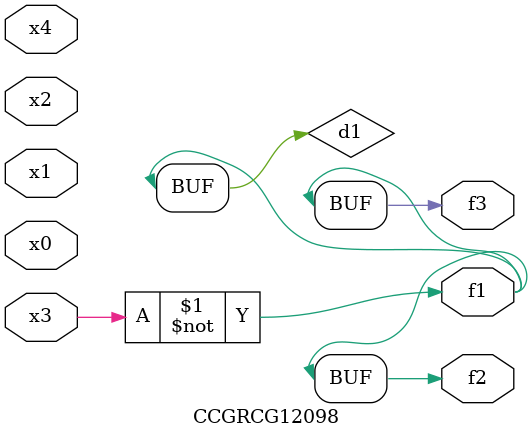
<source format=v>
module CCGRCG12098(
	input x0, x1, x2, x3, x4,
	output f1, f2, f3
);

	wire d1, d2;

	xnor (d1, x3);
	not (d2, x1);
	assign f1 = d1;
	assign f2 = d1;
	assign f3 = d1;
endmodule

</source>
